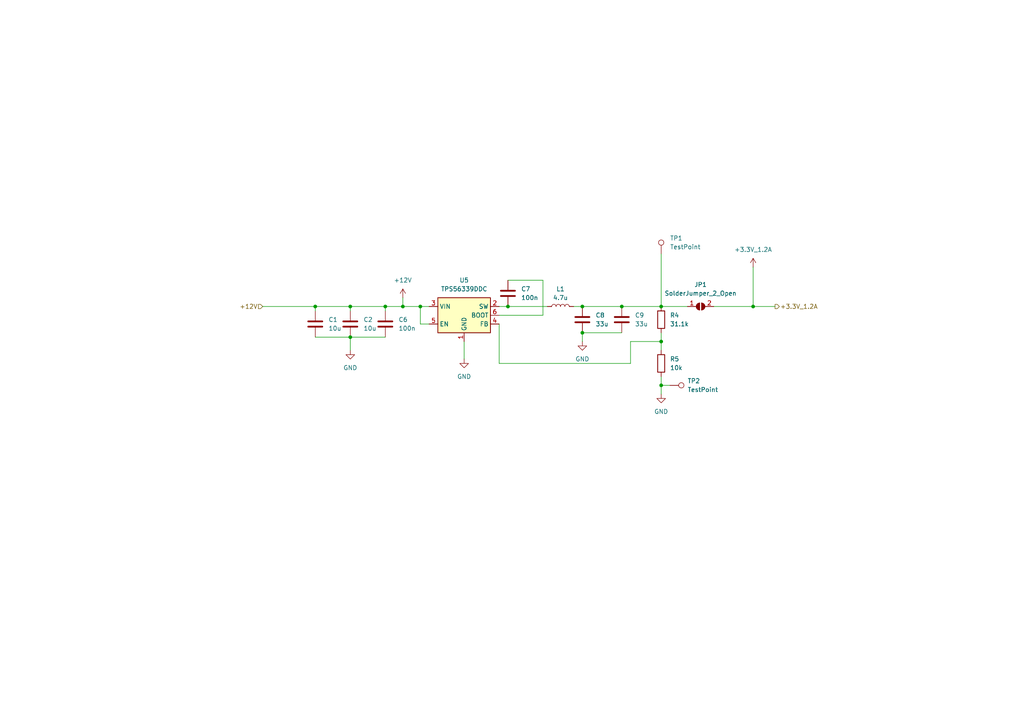
<source format=kicad_sch>
(kicad_sch (version 20231120) (generator "eeschema") (generator_version "8.0")
  (paper "A4")
  (lib_symbols
    (symbol "Connector:TestPoint" (pin_numbers hide) (pin_names (offset 0.762) hide)
      (property "Reference" "TP" (at 0 6.858 0))
      (property "Value" "TestPoint" (at 0 5.08 0))
      (symbol "TestPoint_0_1"
        (circle (center 0 3.302) (radius 0.762))
      )
      (symbol "TestPoint_1_1"
        (pin passive line (at 0 0 90) (length 2.54) (name "1") (number "1"))
      )
    )
    (symbol "Device:C" (pin_numbers hide) (pin_names (offset 0.254))
      (property "Reference" "C" (at 0.635 2.54 0))
      (property "Value" "C" (at 0.635 -2.54 0))
      (symbol "C_0_1"
        (polyline (pts (xy -2.032 -0.762) (xy 2.032 -0.762)) (stroke (width 0.508)))
        (polyline (pts (xy -2.032 0.762) (xy 2.032 0.762)) (stroke (width 0.508)))
      )
      (symbol "C_1_1"
        (pin passive line (at 0 3.81 270) (length 2.794) (name "~") (number "1"))
        (pin passive line (at 0 -3.81 90) (length 2.794) (name "~") (number "2"))
      )
    )
    (symbol "Device:L" (pin_numbers hide) (pin_names (offset 1.016) hide)
      (property "Reference" "L" (at -1.27 0 90))
      (property "Value" "L" (at 1.905 0 90))
      (symbol "L_0_1"
        (arc (start 0 -2.54) (mid 0.6323 -1.905) (end 0 -1.27))
        (arc (start 0 -1.27) (mid 0.6323 -0.635) (end 0 0))
        (arc (start 0 0) (mid 0.6323 0.635) (end 0 1.27))
        (arc (start 0 1.27) (mid 0.6323 1.905) (end 0 2.54))
      )
      (symbol "L_1_1"
        (pin passive line (at 0 3.81 270) (length 1.27) (name "1") (number "1"))
        (pin passive line (at 0 -3.81 90) (length 1.27) (name "2") (number "2"))
      )
    )
    (symbol "Device:R" (pin_numbers hide) (pin_names (offset 0))
      (property "Reference" "R" (at 2.032 0 90))
      (property "Value" "R" (at 0 0 90))
      (symbol "R_0_1"
        (rectangle (start -1.016 -2.54) (end 1.016 2.54) (stroke (width 0.254)))
      )
      (symbol "R_1_1"
        (pin passive line (at 0 3.81 270) (length 1.27) (name "~") (number "1"))
        (pin passive line (at 0 -3.81 90) (length 1.27) (name "~") (number "2"))
      )
    )
    (symbol "GND_1" (power) (pin_numbers hide) (pin_names (offset 0) hide)
      (property "Value" "GND" (at 0 -3.81 0))
      (symbol "GND_1_0_1"
        (polyline (pts (xy 0 0) (xy 0 -1.27) (xy 1.27 -1.27) (xy 0 -2.54) (xy -1.27 -1.27) (xy 0 -1.27)))
      )
      (symbol "GND_1_1_1"
        (pin power_in line (at 0 0 270) (length 0) (name "~") (number "1"))
      )
    )
    (symbol "GND_3" (power) (pin_numbers hide) (pin_names (offset 0) hide)
      (property "Value" "GND" (at 0 -3.81 0))
      (symbol "GND_3_0_1"
        (polyline (pts (xy 0 0) (xy 0 -1.27) (xy 1.27 -1.27) (xy 0 -2.54) (xy -1.27 -1.27) (xy 0 -1.27)))
      )
      (symbol "GND_3_1_1"
        (pin power_in line (at 0 0 270) (length 0) (name "~") (number "1"))
      )
    )
    (symbol "Jumper:SolderJumper_2_Open" (pin_names (offset 0) hide)
      (property "Reference" "JP" (at 0 2.032 0))
      (property "Value" "SolderJumper_2_Open" (at 0 -2.54 0))
      (symbol "SolderJumper_2_Open_0_1"
        (arc (start -0.254 1.016) (mid -1.2656 0) (end -0.254 -1.016))
        (arc (start -0.254 1.016) (mid -1.2656 0) (end -0.254 -1.016) (fill (type outline)))
        (polyline (pts (xy -0.254 1.016) (xy -0.254 -1.016)))
        (polyline (pts (xy 0.254 1.016) (xy 0.254 -1.016)))
        (arc (start 0.254 -1.016) (mid 1.2656 0) (end 0.254 1.016))
        (arc (start 0.254 -1.016) (mid 1.2656 0) (end 0.254 1.016) (fill (type outline)))
      )
      (symbol "SolderJumper_2_Open_1_1"
        (pin passive line (at -3.81 0 0) (length 2.54) (name "A") (number "1"))
        (pin passive line (at 3.81 0 180) (length 2.54) (name "B") (number "2"))
      )
    )
    (symbol "Regulator_Switching:TPS56339DDC"
      (property "Reference" "U" (at -7.62 6.35 0))
      (property "Value" "TPS56339DDC" (at -2.54 6.35 0))
      (symbol "TPS56339DDC_0_1"
        (rectangle (start -7.62 5.08) (end 7.62 -5.08) (stroke (width 0.254)) (fill (type background)))
      )
      (symbol "TPS56339DDC_1_1"
        (pin power_in line (at 0 -7.62 90) (length 2.54) (name "GND") (number "1"))
        (pin power_out line (at 10.16 2.54 180) (length 2.54) (name "SW") (number "2"))
        (pin power_in line (at -10.16 2.54 0) (length 2.54) (name "VIN") (number "3"))
        (pin input line (at 10.16 -2.54 180) (length 2.54) (name "FB") (number "4"))
        (pin input line (at -10.16 -2.54 0) (length 2.54) (name "EN") (number "5"))
        (pin passive line (at 10.16 0 180) (length 2.54) (name "BOOT") (number "6"))
      )
    )
    (symbol "power:+12V" (power) (pin_numbers hide) (pin_names (offset 0) hide)
      (property "Value" "+12V" (at 0 3.556 0))
      (symbol "+12V_0_1"
        (polyline (pts (xy -0.762 1.27) (xy 0 2.54)))
        (polyline (pts (xy 0 0) (xy 0 2.54)))
        (polyline (pts (xy 0 2.54) (xy 0.762 1.27)))
      )
      (symbol "+12V_1_1"
        (pin power_in line (at 0 0 90) (length 0) (name "~") (number "1"))
      )
    )
    (symbol "power:+3.3V" (power) (pin_numbers hide) (pin_names (offset 0) hide)
      (property "Value" "+3.3V" (at 0 3.556 0))
      (symbol "+3.3V_0_1"
        (polyline (pts (xy -0.762 1.27) (xy 0 2.54)))
        (polyline (pts (xy 0 0) (xy 0 2.54)))
        (polyline (pts (xy 0 2.54) (xy 0.762 1.27)))
      )
      (symbol "+3.3V_1_1"
        (pin power_in line (at 0 0 90) (length 0) (name "~") (number "1"))
      )
    )
  )
  (junction (at 191.77 111.76))
  (junction (at 116.84 88.9))
  (junction (at 111.76 88.9))
  (junction (at 101.6 97.79))
  (junction (at 121.92 88.9))
  (junction (at 191.77 88.9))
  (junction (at 191.77 99.06))
  (junction (at 168.91 96.52))
  (junction (at 180.34 88.9))
  (junction (at 91.44 88.9))
  (junction (at 218.44 88.9))
  (junction (at 101.6 88.9))
  (junction (at 147.32 88.9))
  (junction (at 168.91 88.9))
  (wire (pts (xy 218.44 88.9) (xy 218.44 77.47)))
  (wire (pts (xy 76.2 88.9) (xy 91.44 88.9)))
  (wire (pts (xy 191.77 111.76) (xy 194.31 111.76)))
  (wire (pts (xy 147.32 88.9) (xy 158.75 88.9)))
  (wire (pts (xy 182.88 105.41) (xy 182.88 99.06)))
  (wire (pts (xy 144.78 93.98) (xy 144.78 105.41)))
  (wire (pts (xy 166.37 88.9) (xy 168.91 88.9)))
  (wire (pts (xy 121.92 88.9) (xy 124.46 88.9)))
  (wire (pts (xy 157.48 91.44) (xy 157.48 81.28)))
  (wire (pts (xy 218.44 88.9) (xy 224.79 88.9)))
  (wire (pts (xy 157.48 81.28) (xy 147.32 81.28)))
  (wire (pts (xy 180.34 88.9) (xy 191.77 88.9)))
  (wire (pts (xy 116.84 88.9) (xy 121.92 88.9)))
  (wire (pts (xy 101.6 97.79) (xy 111.76 97.79)))
  (wire (pts (xy 101.6 88.9) (xy 91.44 88.9)))
  (wire (pts (xy 191.77 111.76) (xy 191.77 114.3)))
  (wire (pts (xy 191.77 96.52) (xy 191.77 99.06)))
  (wire (pts (xy 182.88 99.06) (xy 191.77 99.06)))
  (wire (pts (xy 191.77 99.06) (xy 191.77 101.6)))
  (wire (pts (xy 116.84 86.36) (xy 116.84 88.9)))
  (wire (pts (xy 134.62 99.06) (xy 134.62 104.14)))
  (wire (pts (xy 101.6 97.79) (xy 101.6 101.6)))
  (wire (pts (xy 191.77 109.22) (xy 191.77 111.76)))
  (wire (pts (xy 91.44 97.79) (xy 101.6 97.79)))
  (wire (pts (xy 144.78 105.41) (xy 182.88 105.41)))
  (wire (pts (xy 101.6 88.9) (xy 101.6 90.17)))
  (wire (pts (xy 168.91 96.52) (xy 180.34 96.52)))
  (wire (pts (xy 91.44 88.9) (xy 91.44 90.17)))
  (wire (pts (xy 144.78 91.44) (xy 157.48 91.44)))
  (wire (pts (xy 207.01 88.9) (xy 218.44 88.9)))
  (wire (pts (xy 111.76 88.9) (xy 111.76 90.17)))
  (wire (pts (xy 191.77 73.66) (xy 191.77 88.9)))
  (wire (pts (xy 121.92 93.98) (xy 124.46 93.98)))
  (wire (pts (xy 101.6 88.9) (xy 111.76 88.9)))
  (wire (pts (xy 121.92 88.9) (xy 121.92 93.98)))
  (wire (pts (xy 168.91 96.52) (xy 168.91 99.06)))
  (wire (pts (xy 111.76 88.9) (xy 116.84 88.9)))
  (wire (pts (xy 168.91 88.9) (xy 180.34 88.9)))
  (wire (pts (xy 144.78 88.9) (xy 147.32 88.9)))
  (wire (pts (xy 199.39 88.9) (xy 191.77 88.9)))
  (hierarchical_label "+12V" (shape input) (at 76.2 88.9 180))
  (hierarchical_label "+3.3V_1.2A" (shape output) (at 224.79 88.9 0))
  (symbol (lib_name "GND_3") (lib_id "power:GND") (at 191.77 114.3 0) (unit 1)
    (property "Reference" "#PWR023" (effects (hide yes)))
    (property "Value" "GND" (at 191.77 119.38 0))
    (property "Description" "Power symbol creates a global label with name \"GND\" , ground" (effects (hide yes)))
  )
  (symbol (lib_id "Jumper:SolderJumper_2_Open") (at 203.2 88.9 0) (unit 1)
    (property "Reference" "JP1" (at 203.2 82.55 0))
    (property "Value" "SolderJumper_2_Open" (at 203.2 85.09 0))
    (property "Footprint" "Jumper:SolderJumper-2_P1.3mm_Open_TrianglePad1.0x1.5mm" (effects (hide yes)))
    (property "Description" "Solder Jumper, 2-pole, open" (effects (hide yes)))
  )
  (symbol (lib_id "Device:C") (at 168.91 92.71 0) (unit 1)
    (property "Reference" "C8" (at 172.72 91.4399 0) (effects (justify left)))
    (property "Value" "33u" (at 172.72 93.9799 0) (effects (justify left)))
    (property "Footprint" "Capacitor_SMD:C_1206_3216Metric_Pad1.33x1.80mm_HandSolder" (effects (hide yes)))
    (property "Description" "Unpolarized capacitor" (effects (hide yes)))
  )
  (symbol (lib_id "Device:C") (at 111.76 93.98 0) (unit 1)
    (property "Reference" "C6" (at 115.57 92.7099 0) (effects (justify left)))
    (property "Value" "100n" (at 115.57 95.2499 0) (effects (justify left)))
    (property "Footprint" "Capacitor_SMD:C_1206_3216Metric_Pad1.33x1.80mm_HandSolder" (effects (hide yes)))
    (property "Description" "Unpolarized capacitor" (effects (hide yes)))
  )
  (symbol (lib_id "Device:C") (at 147.32 85.09 0) (unit 1)
    (property "Reference" "C7" (at 151.13 83.8199 0) (effects (justify left)))
    (property "Value" "100n" (at 151.13 86.3599 0) (effects (justify left)))
    (property "Footprint" "Capacitor_SMD:C_1206_3216Metric_Pad1.33x1.80mm_HandSolder" (effects (hide yes)))
    (property "Description" "Unpolarized capacitor" (effects (hide yes)))
  )
  (symbol (lib_id "power:+12V") (at 116.84 86.36 0) (unit 1)
    (property "Reference" "#PWR02" (effects (hide yes)))
    (property "Value" "+12V" (at 116.84 81.28 0))
    (property "Description" "Power symbol creates a global label with name \"+12V\"" (effects (hide yes)))
  )
  (symbol (lib_id "Connector:TestPoint") (at 194.31 111.76 270) (unit 1)
    (property "Reference" "TP2" (at 199.39 110.4899 90) (effects (justify left)))
    (property "Value" "TestPoint" (at 199.39 113.0299 90) (effects (justify left)))
    (property "Footprint" "Connector_PinHeader_2.54mm:PinHeader_1x01_P2.54mm_Vertical" (effects (hide yes)))
    (property "Description" "test point" (effects (hide yes)))
  )
  (symbol (lib_id "power:+3.3V") (at 218.44 77.47 0) (unit 1)
    (property "Reference" "#PWR038" (effects (hide yes)))
    (property "Value" "+3.3V_1.2A" (at 218.44 72.39 0))
    (property "Description" "Power symbol creates a global label with name \"+3.3V\"" (effects (hide yes)))
  )
  (symbol (lib_id "Device:L") (at 162.56 88.9 90) (unit 1)
    (property "Reference" "L1" (at 162.56 83.82 90))
    (property "Value" "4.7u" (at 162.56 86.36 90))
    (property "Footprint" "Inductor_SMD:L_1008_2520Metric" (effects (hide yes)))
    (property "Description" "Inductor" (effects (hide yes)))
  )
  (symbol (lib_id "Device:C") (at 101.6 93.98 0) (unit 1)
    (property "Reference" "C2" (at 105.41 92.7099 0) (effects (justify left)))
    (property "Value" "10u" (at 105.41 95.2499 0) (effects (justify left)))
    (property "Footprint" "Capacitor_SMD:C_1206_3216Metric_Pad1.33x1.80mm_HandSolder" (effects (hide yes)))
    (property "Description" "Unpolarized capacitor" (effects (hide yes)))
  )
  (symbol (lib_id "Device:R") (at 191.77 105.41 0) (unit 1)
    (property "Reference" "R5" (at 194.31 104.1399 0) (effects (justify left)))
    (property "Value" "10k" (at 194.31 106.6799 0) (effects (justify left)))
    (property "Footprint" "Resistor_THT:R_Axial_DIN0207_L6.3mm_D2.5mm_P7.62mm_Horizontal" (effects (hide yes)))
    (property "Description" "Resistor" (effects (hide yes)))
  )
  (symbol (lib_name "GND_1") (lib_id "power:GND") (at 101.6 101.6 0) (unit 1)
    (property "Reference" "#PWR01" (effects (hide yes)))
    (property "Value" "GND" (at 101.6 106.68 0))
    (property "Description" "Power symbol creates a global label with name \"GND\" , ground" (effects (hide yes)))
  )
  (symbol (lib_id "Device:R") (at 191.77 92.71 0) (unit 1)
    (property "Reference" "R4" (at 194.31 91.4399 0) (effects (justify left)))
    (property "Value" "31.1k" (at 194.31 93.9799 0) (effects (justify left)))
    (property "Footprint" "Resistor_THT:R_Axial_DIN0207_L6.3mm_D2.5mm_P7.62mm_Horizontal" (effects (hide yes)))
    (property "Description" "Resistor" (effects (hide yes)))
  )
  (symbol (lib_name "GND_3") (lib_id "power:GND") (at 168.91 99.06 0) (unit 1)
    (property "Reference" "#PWR04" (effects (hide yes)))
    (property "Value" "GND" (at 168.91 104.14 0))
    (property "Description" "Power symbol creates a global label with name \"GND\" , ground" (effects (hide yes)))
  )
  (symbol (lib_id "Device:C") (at 180.34 92.71 0) (unit 1)
    (property "Reference" "C9" (at 184.15 91.4399 0) (effects (justify left)))
    (property "Value" "33u" (at 184.15 93.9799 0) (effects (justify left)))
    (property "Footprint" "Capacitor_SMD:C_1206_3216Metric_Pad1.33x1.80mm_HandSolder" (effects (hide yes)))
    (property "Description" "Unpolarized capacitor" (effects (hide yes)))
  )
  (symbol (lib_id "Regulator_Switching:TPS56339DDC") (at 134.62 91.44 0) (unit 1)
    (property "Reference" "U5" (at 134.62 81.28 0))
    (property "Value" "TPS56339DDC" (at 134.62 83.82 0))
    (property "Footprint" "Package_TO_SOT_SMD:SOT-23-6" (effects (hide yes)))
    (property "Datasheet" "https://www.ti.com/lit/ds/symlink/tps56339.pdf" (effects (hide yes)))
    (property "Description" "4.5V to 24V Input, 3-A Output Synchronous Buck Converter, SOT-23-6" (effects (hide yes)))
  )
  (symbol (lib_name "GND_3") (lib_id "power:GND") (at 134.62 104.14 0) (unit 1)
    (property "Reference" "#PWR03" (effects (hide yes)))
    (property "Value" "GND" (at 134.62 109.22 0))
    (property "Description" "Power symbol creates a global label with name \"GND\" , ground" (effects (hide yes)))
  )
  (symbol (lib_id "Device:C") (at 91.44 93.98 0) (unit 1)
    (property "Reference" "C1" (at 95.25 92.7099 0) (effects (justify left)))
    (property "Value" "10u" (at 95.25 95.2499 0) (effects (justify left)))
    (property "Footprint" "Capacitor_SMD:C_1206_3216Metric_Pad1.33x1.80mm_HandSolder" (effects (hide yes)))
    (property "Description" "Unpolarized capacitor" (effects (hide yes)))
  )
  (symbol (lib_id "Connector:TestPoint") (at 191.77 73.66 0) (unit 1)
    (property "Reference" "TP1" (at 194.31 69.0879 0) (effects (justify left)))
    (property "Value" "TestPoint" (at 194.31 71.6279 0) (effects (justify left)))
    (property "Footprint" "Connector_PinHeader_2.54mm:PinHeader_1x01_P2.54mm_Vertical" (effects (hide yes)))
    (property "Description" "test point" (effects (hide yes)))
  )
)
</source>
